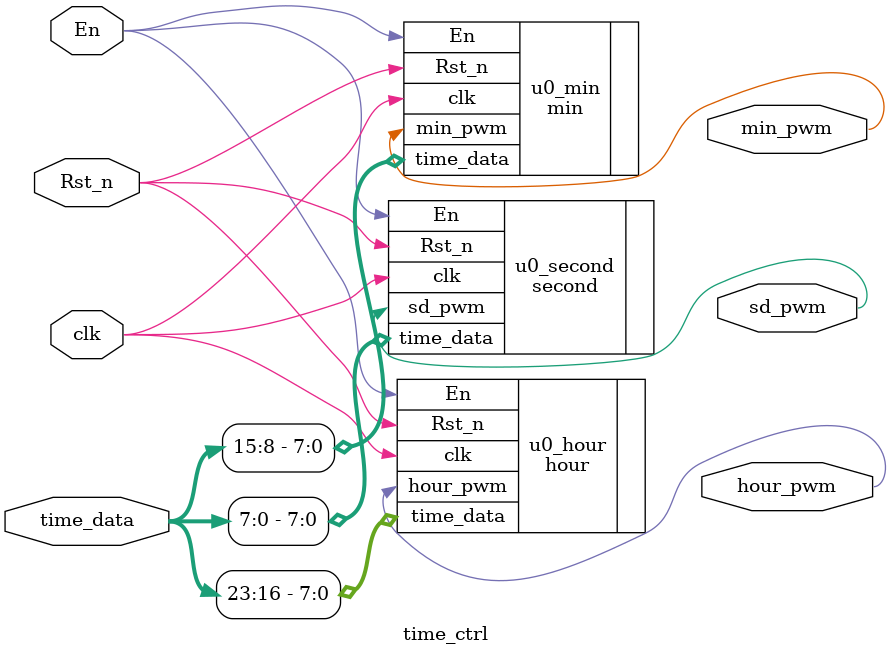
<source format=sv>
/*******************************OpenFPGA*******************************
*All rights reserved.
*Revision: 1.0
*Signal description
*1) _i input
*2) _o output
*3) _n activ low
*4) _dg debug signal 
*5) _r delay or register
*6) _s state mechine
*********************************************************************/

/*******************************second*********************
--1.TOP
*********************************************************************/

`timescale 1ns / 1ns//仿真时间间隔/精度

module time_ctrl#(
	parameter SYSCLKHZ = 5000_0000, //系统时钟 hz
    //parameter Period=SYSCLKHZ/Freq,
    parameter SD_FREQ = 500,
    parameter MIN_FREQ = 500,
    parameter HOUR_FREQ = 500,
	parameter SD_FULL_SCALE = 100,		//满量程微调
	parameter MIN_FULL_SCALE = 100,		//满量程微调
	parameter HOUR_FULL_SCALE = 100,		//满量程微调
    parameter SD_FULL_PERIOD = 100,        //占空比微调
    parameter MIN_FULL_PERIOD = 100,        //占空比微调
    parameter HOUR_FULL_PERIOD = 100        //占空比微调
)(
    input clk,     //1 MHz
    input [23:0]time_data,
    input Rst_n,
    input En,
    output sd_pwm,
	output min_pwm,
	output hour_pwm
);


second#(
    .Freq 		(SD_FREQ),
	.SYSCLKHZ 	(SYSCLKHZ), //系统时钟 hz
	.FULL_SCALE (SD_FULL_SCALE),	//满量程微调
	.FULL_PERIOD(SD_FULL_PERIOD),
	.Period     (SYSCLKHZ/SD_FREQ)
)u0_second(
    .clk(clk),     //1 MHz
    .time_data(time_data[7:0]),
    .Rst_n(Rst_n),
    .En(En),
    .sd_pwm(sd_pwm)
);

min#(
    .Freq 		(MIN_FREQ),
	.SYSCLKHZ 	(SYSCLKHZ), //系统时钟 hz
	.FULL_SCALE (MIN_FULL_SCALE),	//满量程微调
	.FULL_PERIOD(MIN_FULL_PERIOD)	,
	.Period     (SYSCLKHZ/MIN_FREQ)
)u0_min(
    .clk(clk),     
    .time_data(time_data[15:8]),
    .Rst_n(Rst_n),
    .En(En),
    .min_pwm(min_pwm)
);


hour#(
    .Freq 		(HOUR_FREQ),
	.SYSCLKHZ 	(SYSCLKHZ), //系统时钟 hz
	.FULL_SCALE (HOUR_FULL_SCALE),	//满量程微调
	.FULL_PERIOD(HOUR_FULL_PERIOD),
	.Period     (416667)//(SYSCLKHZ/HOUR_FREQ)
)u0_hour(
    .clk(clk),     
    .time_data(time_data[23:16]),
    .Rst_n(Rst_n),
    .En(En),
    .hour_pwm(hour_pwm)
); 

endmodule    
</source>
